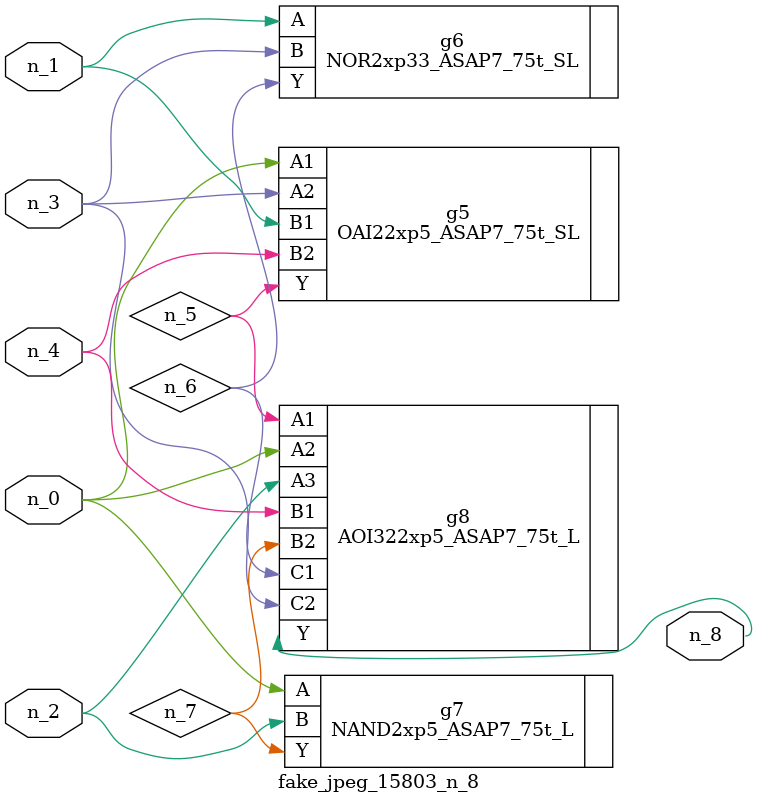
<source format=v>
module fake_jpeg_15803_n_8 (n_3, n_2, n_1, n_0, n_4, n_8);

input n_3;
input n_2;
input n_1;
input n_0;
input n_4;

output n_8;

wire n_6;
wire n_5;
wire n_7;

OAI22xp5_ASAP7_75t_SL g5 ( 
.A1(n_0),
.A2(n_3),
.B1(n_1),
.B2(n_4),
.Y(n_5)
);

NOR2xp33_ASAP7_75t_SL g6 ( 
.A(n_1),
.B(n_3),
.Y(n_6)
);

NAND2xp5_ASAP7_75t_L g7 ( 
.A(n_0),
.B(n_2),
.Y(n_7)
);

AOI322xp5_ASAP7_75t_L g8 ( 
.A1(n_5),
.A2(n_0),
.A3(n_2),
.B1(n_4),
.B2(n_7),
.C1(n_6),
.C2(n_3),
.Y(n_8)
);


endmodule
</source>
